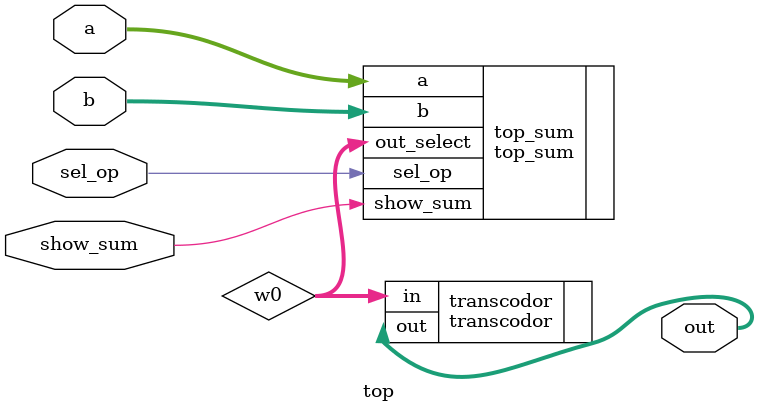
<source format=v>
`timescale 1ns / 1ps

module top(
               input [1:0] a,
               input [1:0] b,
               input sel_op,
               input show_sum,
               output [6:0] out
            ); 
            
            wire [3:0] w0;
  top_sum top_sum(
                    .a(a),
                    .b(b),
                    .sel_op(sel_op),
                    .show_sum(show_sum),
                    .out_select(w0)
                  );
   transcodor transcodor(
                             .in(w0),
                             .out(out)  
                          );
endmodule

</source>
